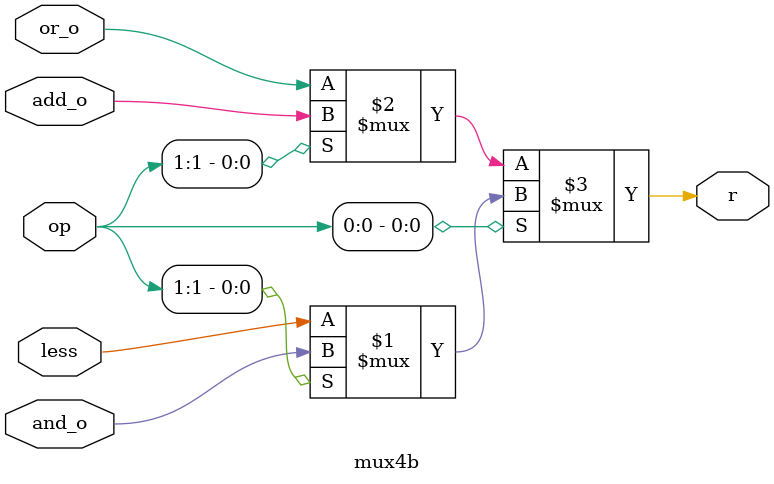
<source format=v>
`timescale 1ns / 1ps
module mux4b(
    input [1:0] op,
    input and_o,
    input or_o,
    input add_o,
    input less,
    output r
    );
	 
	 assign r = (op[0])? ((op[1])? and_o: less) : ((op[1]) ? add_o: or_o );

endmodule

</source>
